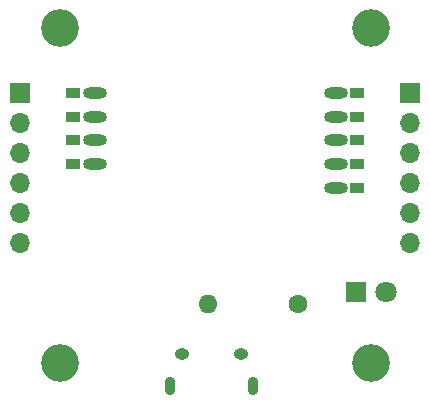
<source format=gbr>
%TF.GenerationSoftware,KiCad,Pcbnew,(6.0.2-0)*%
%TF.CreationDate,2022-05-31T21:56:42-04:00*%
%TF.ProjectId,hitclips_2040_programmer,68697463-6c69-4707-935f-323034305f70,rev?*%
%TF.SameCoordinates,Original*%
%TF.FileFunction,Soldermask,Bot*%
%TF.FilePolarity,Negative*%
%FSLAX46Y46*%
G04 Gerber Fmt 4.6, Leading zero omitted, Abs format (unit mm)*
G04 Created by KiCad (PCBNEW (6.0.2-0)) date 2022-05-31 21:56:42*
%MOMM*%
%LPD*%
G01*
G04 APERTURE LIST*
%ADD10C,3.200000*%
%ADD11O,2.000000X0.950000*%
%ADD12R,1.300000X0.900000*%
%ADD13R,1.700000X1.700000*%
%ADD14O,1.700000X1.700000*%
%ADD15C,1.600000*%
%ADD16O,1.600000X1.600000*%
%ADD17C,1.800000*%
%ADD18R,1.800000X1.800000*%
%ADD19O,1.250000X0.950000*%
%ADD20O,0.890000X1.550000*%
G04 APERTURE END LIST*
D10*
%TO.C,H4*%
X143332200Y-64516000D03*
%TD*%
%TO.C,H3*%
X169697400Y-92862400D03*
%TD*%
%TO.C,H2*%
X169697400Y-64516000D03*
%TD*%
%TO.C,H1*%
X143332200Y-92862400D03*
%TD*%
D11*
%TO.C,J3*%
X166699600Y-70002400D03*
X166699600Y-74002400D03*
X166699600Y-72002400D03*
X166699600Y-76002400D03*
X166699600Y-78002400D03*
D12*
X168549600Y-70002400D03*
X168549600Y-72002400D03*
X168549600Y-74002400D03*
X168549600Y-76002400D03*
X168549600Y-78002400D03*
%TD*%
D11*
%TO.C,J1*%
X146292000Y-74002400D03*
X146292000Y-76002400D03*
X146292000Y-72002400D03*
X146292000Y-70002400D03*
D12*
X144442000Y-70002400D03*
X144442000Y-72002400D03*
X144442000Y-74002400D03*
X144442000Y-76002400D03*
%TD*%
D13*
%TO.C,J5*%
X173020000Y-70000000D03*
D14*
X173020000Y-72540000D03*
X173020000Y-75080000D03*
X173020000Y-77620000D03*
X173020000Y-80160000D03*
X173020000Y-82700000D03*
%TD*%
D15*
%TO.C,R1*%
X163525200Y-87884000D03*
D16*
X155905200Y-87884000D03*
%TD*%
D13*
%TO.C,J4*%
X140000000Y-70000000D03*
D14*
X140000000Y-72540000D03*
X140000000Y-75080000D03*
X140000000Y-77620000D03*
X140000000Y-80160000D03*
X140000000Y-82700000D03*
%TD*%
D17*
%TO.C,D1*%
X170987800Y-86817200D03*
D18*
X168447800Y-86817200D03*
%TD*%
D19*
%TO.C,J2*%
X158710000Y-92122800D03*
D20*
X159710000Y-94822800D03*
D19*
X153710000Y-92122800D03*
D20*
X152710000Y-94822800D03*
%TD*%
M02*

</source>
